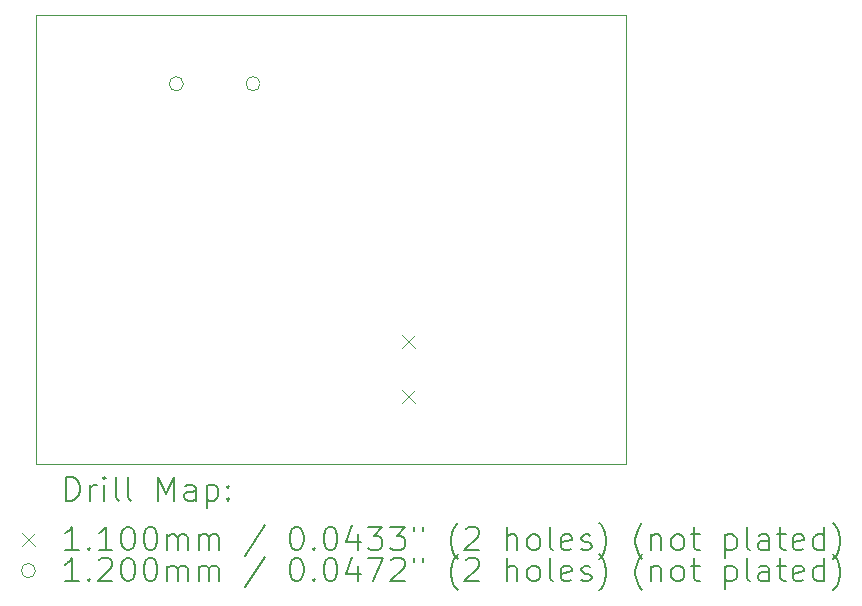
<source format=gbr>
%TF.GenerationSoftware,KiCad,Pcbnew,8.0.4*%
%TF.CreationDate,2024-08-12T23:01:41-04:00*%
%TF.ProjectId,SAMD21_MIDI_SPEAKER,53414d44-3231-45f4-9d49-44495f535045,rev?*%
%TF.SameCoordinates,Original*%
%TF.FileFunction,Drillmap*%
%TF.FilePolarity,Positive*%
%FSLAX45Y45*%
G04 Gerber Fmt 4.5, Leading zero omitted, Abs format (unit mm)*
G04 Created by KiCad (PCBNEW 8.0.4) date 2024-08-12 23:01:41*
%MOMM*%
%LPD*%
G01*
G04 APERTURE LIST*
%ADD10C,0.050000*%
%ADD11C,0.200000*%
%ADD12C,0.110000*%
%ADD13C,0.120000*%
G04 APERTURE END LIST*
D10*
X15000000Y-8600000D02*
X15100000Y-8600000D01*
X15000000Y-4800000D02*
X15000000Y-8600000D01*
X20000000Y-4800000D02*
X15000000Y-4800000D01*
X20000000Y-8600000D02*
X20000000Y-4800000D01*
X15100000Y-8600000D02*
X20000000Y-8600000D01*
D11*
D12*
X18105000Y-7515000D02*
X18215000Y-7625000D01*
X18215000Y-7515000D02*
X18105000Y-7625000D01*
X18105000Y-7975000D02*
X18215000Y-8085000D01*
X18215000Y-7975000D02*
X18105000Y-8085000D01*
D13*
X16250000Y-5385000D02*
G75*
G02*
X16130000Y-5385000I-60000J0D01*
G01*
X16130000Y-5385000D02*
G75*
G02*
X16250000Y-5385000I60000J0D01*
G01*
X16900000Y-5385000D02*
G75*
G02*
X16780000Y-5385000I-60000J0D01*
G01*
X16780000Y-5385000D02*
G75*
G02*
X16900000Y-5385000I60000J0D01*
G01*
D11*
X15258277Y-8913984D02*
X15258277Y-8713984D01*
X15258277Y-8713984D02*
X15305896Y-8713984D01*
X15305896Y-8713984D02*
X15334467Y-8723508D01*
X15334467Y-8723508D02*
X15353515Y-8742555D01*
X15353515Y-8742555D02*
X15363039Y-8761603D01*
X15363039Y-8761603D02*
X15372562Y-8799698D01*
X15372562Y-8799698D02*
X15372562Y-8828270D01*
X15372562Y-8828270D02*
X15363039Y-8866365D01*
X15363039Y-8866365D02*
X15353515Y-8885412D01*
X15353515Y-8885412D02*
X15334467Y-8904460D01*
X15334467Y-8904460D02*
X15305896Y-8913984D01*
X15305896Y-8913984D02*
X15258277Y-8913984D01*
X15458277Y-8913984D02*
X15458277Y-8780650D01*
X15458277Y-8818746D02*
X15467801Y-8799698D01*
X15467801Y-8799698D02*
X15477324Y-8790174D01*
X15477324Y-8790174D02*
X15496372Y-8780650D01*
X15496372Y-8780650D02*
X15515420Y-8780650D01*
X15582086Y-8913984D02*
X15582086Y-8780650D01*
X15582086Y-8713984D02*
X15572562Y-8723508D01*
X15572562Y-8723508D02*
X15582086Y-8733031D01*
X15582086Y-8733031D02*
X15591610Y-8723508D01*
X15591610Y-8723508D02*
X15582086Y-8713984D01*
X15582086Y-8713984D02*
X15582086Y-8733031D01*
X15705896Y-8913984D02*
X15686848Y-8904460D01*
X15686848Y-8904460D02*
X15677324Y-8885412D01*
X15677324Y-8885412D02*
X15677324Y-8713984D01*
X15810658Y-8913984D02*
X15791610Y-8904460D01*
X15791610Y-8904460D02*
X15782086Y-8885412D01*
X15782086Y-8885412D02*
X15782086Y-8713984D01*
X16039229Y-8913984D02*
X16039229Y-8713984D01*
X16039229Y-8713984D02*
X16105896Y-8856841D01*
X16105896Y-8856841D02*
X16172562Y-8713984D01*
X16172562Y-8713984D02*
X16172562Y-8913984D01*
X16353515Y-8913984D02*
X16353515Y-8809222D01*
X16353515Y-8809222D02*
X16343991Y-8790174D01*
X16343991Y-8790174D02*
X16324943Y-8780650D01*
X16324943Y-8780650D02*
X16286848Y-8780650D01*
X16286848Y-8780650D02*
X16267801Y-8790174D01*
X16353515Y-8904460D02*
X16334467Y-8913984D01*
X16334467Y-8913984D02*
X16286848Y-8913984D01*
X16286848Y-8913984D02*
X16267801Y-8904460D01*
X16267801Y-8904460D02*
X16258277Y-8885412D01*
X16258277Y-8885412D02*
X16258277Y-8866365D01*
X16258277Y-8866365D02*
X16267801Y-8847317D01*
X16267801Y-8847317D02*
X16286848Y-8837793D01*
X16286848Y-8837793D02*
X16334467Y-8837793D01*
X16334467Y-8837793D02*
X16353515Y-8828270D01*
X16448753Y-8780650D02*
X16448753Y-8980650D01*
X16448753Y-8790174D02*
X16467801Y-8780650D01*
X16467801Y-8780650D02*
X16505896Y-8780650D01*
X16505896Y-8780650D02*
X16524943Y-8790174D01*
X16524943Y-8790174D02*
X16534467Y-8799698D01*
X16534467Y-8799698D02*
X16543991Y-8818746D01*
X16543991Y-8818746D02*
X16543991Y-8875889D01*
X16543991Y-8875889D02*
X16534467Y-8894936D01*
X16534467Y-8894936D02*
X16524943Y-8904460D01*
X16524943Y-8904460D02*
X16505896Y-8913984D01*
X16505896Y-8913984D02*
X16467801Y-8913984D01*
X16467801Y-8913984D02*
X16448753Y-8904460D01*
X16629705Y-8894936D02*
X16639229Y-8904460D01*
X16639229Y-8904460D02*
X16629705Y-8913984D01*
X16629705Y-8913984D02*
X16620182Y-8904460D01*
X16620182Y-8904460D02*
X16629705Y-8894936D01*
X16629705Y-8894936D02*
X16629705Y-8913984D01*
X16629705Y-8790174D02*
X16639229Y-8799698D01*
X16639229Y-8799698D02*
X16629705Y-8809222D01*
X16629705Y-8809222D02*
X16620182Y-8799698D01*
X16620182Y-8799698D02*
X16629705Y-8790174D01*
X16629705Y-8790174D02*
X16629705Y-8809222D01*
D12*
X14887500Y-9187500D02*
X14997500Y-9297500D01*
X14997500Y-9187500D02*
X14887500Y-9297500D01*
D11*
X15363039Y-9333984D02*
X15248753Y-9333984D01*
X15305896Y-9333984D02*
X15305896Y-9133984D01*
X15305896Y-9133984D02*
X15286848Y-9162555D01*
X15286848Y-9162555D02*
X15267801Y-9181603D01*
X15267801Y-9181603D02*
X15248753Y-9191127D01*
X15448753Y-9314936D02*
X15458277Y-9324460D01*
X15458277Y-9324460D02*
X15448753Y-9333984D01*
X15448753Y-9333984D02*
X15439229Y-9324460D01*
X15439229Y-9324460D02*
X15448753Y-9314936D01*
X15448753Y-9314936D02*
X15448753Y-9333984D01*
X15648753Y-9333984D02*
X15534467Y-9333984D01*
X15591610Y-9333984D02*
X15591610Y-9133984D01*
X15591610Y-9133984D02*
X15572562Y-9162555D01*
X15572562Y-9162555D02*
X15553515Y-9181603D01*
X15553515Y-9181603D02*
X15534467Y-9191127D01*
X15772562Y-9133984D02*
X15791610Y-9133984D01*
X15791610Y-9133984D02*
X15810658Y-9143508D01*
X15810658Y-9143508D02*
X15820182Y-9153031D01*
X15820182Y-9153031D02*
X15829705Y-9172079D01*
X15829705Y-9172079D02*
X15839229Y-9210174D01*
X15839229Y-9210174D02*
X15839229Y-9257793D01*
X15839229Y-9257793D02*
X15829705Y-9295889D01*
X15829705Y-9295889D02*
X15820182Y-9314936D01*
X15820182Y-9314936D02*
X15810658Y-9324460D01*
X15810658Y-9324460D02*
X15791610Y-9333984D01*
X15791610Y-9333984D02*
X15772562Y-9333984D01*
X15772562Y-9333984D02*
X15753515Y-9324460D01*
X15753515Y-9324460D02*
X15743991Y-9314936D01*
X15743991Y-9314936D02*
X15734467Y-9295889D01*
X15734467Y-9295889D02*
X15724943Y-9257793D01*
X15724943Y-9257793D02*
X15724943Y-9210174D01*
X15724943Y-9210174D02*
X15734467Y-9172079D01*
X15734467Y-9172079D02*
X15743991Y-9153031D01*
X15743991Y-9153031D02*
X15753515Y-9143508D01*
X15753515Y-9143508D02*
X15772562Y-9133984D01*
X15963039Y-9133984D02*
X15982086Y-9133984D01*
X15982086Y-9133984D02*
X16001134Y-9143508D01*
X16001134Y-9143508D02*
X16010658Y-9153031D01*
X16010658Y-9153031D02*
X16020182Y-9172079D01*
X16020182Y-9172079D02*
X16029705Y-9210174D01*
X16029705Y-9210174D02*
X16029705Y-9257793D01*
X16029705Y-9257793D02*
X16020182Y-9295889D01*
X16020182Y-9295889D02*
X16010658Y-9314936D01*
X16010658Y-9314936D02*
X16001134Y-9324460D01*
X16001134Y-9324460D02*
X15982086Y-9333984D01*
X15982086Y-9333984D02*
X15963039Y-9333984D01*
X15963039Y-9333984D02*
X15943991Y-9324460D01*
X15943991Y-9324460D02*
X15934467Y-9314936D01*
X15934467Y-9314936D02*
X15924943Y-9295889D01*
X15924943Y-9295889D02*
X15915420Y-9257793D01*
X15915420Y-9257793D02*
X15915420Y-9210174D01*
X15915420Y-9210174D02*
X15924943Y-9172079D01*
X15924943Y-9172079D02*
X15934467Y-9153031D01*
X15934467Y-9153031D02*
X15943991Y-9143508D01*
X15943991Y-9143508D02*
X15963039Y-9133984D01*
X16115420Y-9333984D02*
X16115420Y-9200650D01*
X16115420Y-9219698D02*
X16124943Y-9210174D01*
X16124943Y-9210174D02*
X16143991Y-9200650D01*
X16143991Y-9200650D02*
X16172563Y-9200650D01*
X16172563Y-9200650D02*
X16191610Y-9210174D01*
X16191610Y-9210174D02*
X16201134Y-9229222D01*
X16201134Y-9229222D02*
X16201134Y-9333984D01*
X16201134Y-9229222D02*
X16210658Y-9210174D01*
X16210658Y-9210174D02*
X16229705Y-9200650D01*
X16229705Y-9200650D02*
X16258277Y-9200650D01*
X16258277Y-9200650D02*
X16277324Y-9210174D01*
X16277324Y-9210174D02*
X16286848Y-9229222D01*
X16286848Y-9229222D02*
X16286848Y-9333984D01*
X16382086Y-9333984D02*
X16382086Y-9200650D01*
X16382086Y-9219698D02*
X16391610Y-9210174D01*
X16391610Y-9210174D02*
X16410658Y-9200650D01*
X16410658Y-9200650D02*
X16439229Y-9200650D01*
X16439229Y-9200650D02*
X16458277Y-9210174D01*
X16458277Y-9210174D02*
X16467801Y-9229222D01*
X16467801Y-9229222D02*
X16467801Y-9333984D01*
X16467801Y-9229222D02*
X16477324Y-9210174D01*
X16477324Y-9210174D02*
X16496372Y-9200650D01*
X16496372Y-9200650D02*
X16524943Y-9200650D01*
X16524943Y-9200650D02*
X16543991Y-9210174D01*
X16543991Y-9210174D02*
X16553515Y-9229222D01*
X16553515Y-9229222D02*
X16553515Y-9333984D01*
X16943991Y-9124460D02*
X16772563Y-9381603D01*
X17201134Y-9133984D02*
X17220182Y-9133984D01*
X17220182Y-9133984D02*
X17239229Y-9143508D01*
X17239229Y-9143508D02*
X17248753Y-9153031D01*
X17248753Y-9153031D02*
X17258277Y-9172079D01*
X17258277Y-9172079D02*
X17267801Y-9210174D01*
X17267801Y-9210174D02*
X17267801Y-9257793D01*
X17267801Y-9257793D02*
X17258277Y-9295889D01*
X17258277Y-9295889D02*
X17248753Y-9314936D01*
X17248753Y-9314936D02*
X17239229Y-9324460D01*
X17239229Y-9324460D02*
X17220182Y-9333984D01*
X17220182Y-9333984D02*
X17201134Y-9333984D01*
X17201134Y-9333984D02*
X17182087Y-9324460D01*
X17182087Y-9324460D02*
X17172563Y-9314936D01*
X17172563Y-9314936D02*
X17163039Y-9295889D01*
X17163039Y-9295889D02*
X17153515Y-9257793D01*
X17153515Y-9257793D02*
X17153515Y-9210174D01*
X17153515Y-9210174D02*
X17163039Y-9172079D01*
X17163039Y-9172079D02*
X17172563Y-9153031D01*
X17172563Y-9153031D02*
X17182087Y-9143508D01*
X17182087Y-9143508D02*
X17201134Y-9133984D01*
X17353515Y-9314936D02*
X17363039Y-9324460D01*
X17363039Y-9324460D02*
X17353515Y-9333984D01*
X17353515Y-9333984D02*
X17343991Y-9324460D01*
X17343991Y-9324460D02*
X17353515Y-9314936D01*
X17353515Y-9314936D02*
X17353515Y-9333984D01*
X17486848Y-9133984D02*
X17505896Y-9133984D01*
X17505896Y-9133984D02*
X17524944Y-9143508D01*
X17524944Y-9143508D02*
X17534468Y-9153031D01*
X17534468Y-9153031D02*
X17543991Y-9172079D01*
X17543991Y-9172079D02*
X17553515Y-9210174D01*
X17553515Y-9210174D02*
X17553515Y-9257793D01*
X17553515Y-9257793D02*
X17543991Y-9295889D01*
X17543991Y-9295889D02*
X17534468Y-9314936D01*
X17534468Y-9314936D02*
X17524944Y-9324460D01*
X17524944Y-9324460D02*
X17505896Y-9333984D01*
X17505896Y-9333984D02*
X17486848Y-9333984D01*
X17486848Y-9333984D02*
X17467801Y-9324460D01*
X17467801Y-9324460D02*
X17458277Y-9314936D01*
X17458277Y-9314936D02*
X17448753Y-9295889D01*
X17448753Y-9295889D02*
X17439229Y-9257793D01*
X17439229Y-9257793D02*
X17439229Y-9210174D01*
X17439229Y-9210174D02*
X17448753Y-9172079D01*
X17448753Y-9172079D02*
X17458277Y-9153031D01*
X17458277Y-9153031D02*
X17467801Y-9143508D01*
X17467801Y-9143508D02*
X17486848Y-9133984D01*
X17724944Y-9200650D02*
X17724944Y-9333984D01*
X17677325Y-9124460D02*
X17629706Y-9267317D01*
X17629706Y-9267317D02*
X17753515Y-9267317D01*
X17810658Y-9133984D02*
X17934468Y-9133984D01*
X17934468Y-9133984D02*
X17867801Y-9210174D01*
X17867801Y-9210174D02*
X17896372Y-9210174D01*
X17896372Y-9210174D02*
X17915420Y-9219698D01*
X17915420Y-9219698D02*
X17924944Y-9229222D01*
X17924944Y-9229222D02*
X17934468Y-9248270D01*
X17934468Y-9248270D02*
X17934468Y-9295889D01*
X17934468Y-9295889D02*
X17924944Y-9314936D01*
X17924944Y-9314936D02*
X17915420Y-9324460D01*
X17915420Y-9324460D02*
X17896372Y-9333984D01*
X17896372Y-9333984D02*
X17839229Y-9333984D01*
X17839229Y-9333984D02*
X17820182Y-9324460D01*
X17820182Y-9324460D02*
X17810658Y-9314936D01*
X18001134Y-9133984D02*
X18124944Y-9133984D01*
X18124944Y-9133984D02*
X18058277Y-9210174D01*
X18058277Y-9210174D02*
X18086849Y-9210174D01*
X18086849Y-9210174D02*
X18105896Y-9219698D01*
X18105896Y-9219698D02*
X18115420Y-9229222D01*
X18115420Y-9229222D02*
X18124944Y-9248270D01*
X18124944Y-9248270D02*
X18124944Y-9295889D01*
X18124944Y-9295889D02*
X18115420Y-9314936D01*
X18115420Y-9314936D02*
X18105896Y-9324460D01*
X18105896Y-9324460D02*
X18086849Y-9333984D01*
X18086849Y-9333984D02*
X18029706Y-9333984D01*
X18029706Y-9333984D02*
X18010658Y-9324460D01*
X18010658Y-9324460D02*
X18001134Y-9314936D01*
X18201134Y-9133984D02*
X18201134Y-9172079D01*
X18277325Y-9133984D02*
X18277325Y-9172079D01*
X18572563Y-9410174D02*
X18563039Y-9400650D01*
X18563039Y-9400650D02*
X18543991Y-9372079D01*
X18543991Y-9372079D02*
X18534468Y-9353031D01*
X18534468Y-9353031D02*
X18524944Y-9324460D01*
X18524944Y-9324460D02*
X18515420Y-9276841D01*
X18515420Y-9276841D02*
X18515420Y-9238746D01*
X18515420Y-9238746D02*
X18524944Y-9191127D01*
X18524944Y-9191127D02*
X18534468Y-9162555D01*
X18534468Y-9162555D02*
X18543991Y-9143508D01*
X18543991Y-9143508D02*
X18563039Y-9114936D01*
X18563039Y-9114936D02*
X18572563Y-9105412D01*
X18639230Y-9153031D02*
X18648753Y-9143508D01*
X18648753Y-9143508D02*
X18667801Y-9133984D01*
X18667801Y-9133984D02*
X18715420Y-9133984D01*
X18715420Y-9133984D02*
X18734468Y-9143508D01*
X18734468Y-9143508D02*
X18743991Y-9153031D01*
X18743991Y-9153031D02*
X18753515Y-9172079D01*
X18753515Y-9172079D02*
X18753515Y-9191127D01*
X18753515Y-9191127D02*
X18743991Y-9219698D01*
X18743991Y-9219698D02*
X18629706Y-9333984D01*
X18629706Y-9333984D02*
X18753515Y-9333984D01*
X18991611Y-9333984D02*
X18991611Y-9133984D01*
X19077325Y-9333984D02*
X19077325Y-9229222D01*
X19077325Y-9229222D02*
X19067801Y-9210174D01*
X19067801Y-9210174D02*
X19048753Y-9200650D01*
X19048753Y-9200650D02*
X19020182Y-9200650D01*
X19020182Y-9200650D02*
X19001134Y-9210174D01*
X19001134Y-9210174D02*
X18991611Y-9219698D01*
X19201134Y-9333984D02*
X19182087Y-9324460D01*
X19182087Y-9324460D02*
X19172563Y-9314936D01*
X19172563Y-9314936D02*
X19163039Y-9295889D01*
X19163039Y-9295889D02*
X19163039Y-9238746D01*
X19163039Y-9238746D02*
X19172563Y-9219698D01*
X19172563Y-9219698D02*
X19182087Y-9210174D01*
X19182087Y-9210174D02*
X19201134Y-9200650D01*
X19201134Y-9200650D02*
X19229706Y-9200650D01*
X19229706Y-9200650D02*
X19248753Y-9210174D01*
X19248753Y-9210174D02*
X19258277Y-9219698D01*
X19258277Y-9219698D02*
X19267801Y-9238746D01*
X19267801Y-9238746D02*
X19267801Y-9295889D01*
X19267801Y-9295889D02*
X19258277Y-9314936D01*
X19258277Y-9314936D02*
X19248753Y-9324460D01*
X19248753Y-9324460D02*
X19229706Y-9333984D01*
X19229706Y-9333984D02*
X19201134Y-9333984D01*
X19382087Y-9333984D02*
X19363039Y-9324460D01*
X19363039Y-9324460D02*
X19353515Y-9305412D01*
X19353515Y-9305412D02*
X19353515Y-9133984D01*
X19534468Y-9324460D02*
X19515420Y-9333984D01*
X19515420Y-9333984D02*
X19477325Y-9333984D01*
X19477325Y-9333984D02*
X19458277Y-9324460D01*
X19458277Y-9324460D02*
X19448753Y-9305412D01*
X19448753Y-9305412D02*
X19448753Y-9229222D01*
X19448753Y-9229222D02*
X19458277Y-9210174D01*
X19458277Y-9210174D02*
X19477325Y-9200650D01*
X19477325Y-9200650D02*
X19515420Y-9200650D01*
X19515420Y-9200650D02*
X19534468Y-9210174D01*
X19534468Y-9210174D02*
X19543992Y-9229222D01*
X19543992Y-9229222D02*
X19543992Y-9248270D01*
X19543992Y-9248270D02*
X19448753Y-9267317D01*
X19620182Y-9324460D02*
X19639230Y-9333984D01*
X19639230Y-9333984D02*
X19677325Y-9333984D01*
X19677325Y-9333984D02*
X19696373Y-9324460D01*
X19696373Y-9324460D02*
X19705896Y-9305412D01*
X19705896Y-9305412D02*
X19705896Y-9295889D01*
X19705896Y-9295889D02*
X19696373Y-9276841D01*
X19696373Y-9276841D02*
X19677325Y-9267317D01*
X19677325Y-9267317D02*
X19648753Y-9267317D01*
X19648753Y-9267317D02*
X19629706Y-9257793D01*
X19629706Y-9257793D02*
X19620182Y-9238746D01*
X19620182Y-9238746D02*
X19620182Y-9229222D01*
X19620182Y-9229222D02*
X19629706Y-9210174D01*
X19629706Y-9210174D02*
X19648753Y-9200650D01*
X19648753Y-9200650D02*
X19677325Y-9200650D01*
X19677325Y-9200650D02*
X19696373Y-9210174D01*
X19772563Y-9410174D02*
X19782087Y-9400650D01*
X19782087Y-9400650D02*
X19801134Y-9372079D01*
X19801134Y-9372079D02*
X19810658Y-9353031D01*
X19810658Y-9353031D02*
X19820182Y-9324460D01*
X19820182Y-9324460D02*
X19829706Y-9276841D01*
X19829706Y-9276841D02*
X19829706Y-9238746D01*
X19829706Y-9238746D02*
X19820182Y-9191127D01*
X19820182Y-9191127D02*
X19810658Y-9162555D01*
X19810658Y-9162555D02*
X19801134Y-9143508D01*
X19801134Y-9143508D02*
X19782087Y-9114936D01*
X19782087Y-9114936D02*
X19772563Y-9105412D01*
X20134468Y-9410174D02*
X20124944Y-9400650D01*
X20124944Y-9400650D02*
X20105896Y-9372079D01*
X20105896Y-9372079D02*
X20096373Y-9353031D01*
X20096373Y-9353031D02*
X20086849Y-9324460D01*
X20086849Y-9324460D02*
X20077325Y-9276841D01*
X20077325Y-9276841D02*
X20077325Y-9238746D01*
X20077325Y-9238746D02*
X20086849Y-9191127D01*
X20086849Y-9191127D02*
X20096373Y-9162555D01*
X20096373Y-9162555D02*
X20105896Y-9143508D01*
X20105896Y-9143508D02*
X20124944Y-9114936D01*
X20124944Y-9114936D02*
X20134468Y-9105412D01*
X20210658Y-9200650D02*
X20210658Y-9333984D01*
X20210658Y-9219698D02*
X20220182Y-9210174D01*
X20220182Y-9210174D02*
X20239230Y-9200650D01*
X20239230Y-9200650D02*
X20267801Y-9200650D01*
X20267801Y-9200650D02*
X20286849Y-9210174D01*
X20286849Y-9210174D02*
X20296373Y-9229222D01*
X20296373Y-9229222D02*
X20296373Y-9333984D01*
X20420182Y-9333984D02*
X20401134Y-9324460D01*
X20401134Y-9324460D02*
X20391611Y-9314936D01*
X20391611Y-9314936D02*
X20382087Y-9295889D01*
X20382087Y-9295889D02*
X20382087Y-9238746D01*
X20382087Y-9238746D02*
X20391611Y-9219698D01*
X20391611Y-9219698D02*
X20401134Y-9210174D01*
X20401134Y-9210174D02*
X20420182Y-9200650D01*
X20420182Y-9200650D02*
X20448754Y-9200650D01*
X20448754Y-9200650D02*
X20467801Y-9210174D01*
X20467801Y-9210174D02*
X20477325Y-9219698D01*
X20477325Y-9219698D02*
X20486849Y-9238746D01*
X20486849Y-9238746D02*
X20486849Y-9295889D01*
X20486849Y-9295889D02*
X20477325Y-9314936D01*
X20477325Y-9314936D02*
X20467801Y-9324460D01*
X20467801Y-9324460D02*
X20448754Y-9333984D01*
X20448754Y-9333984D02*
X20420182Y-9333984D01*
X20543992Y-9200650D02*
X20620182Y-9200650D01*
X20572563Y-9133984D02*
X20572563Y-9305412D01*
X20572563Y-9305412D02*
X20582087Y-9324460D01*
X20582087Y-9324460D02*
X20601134Y-9333984D01*
X20601134Y-9333984D02*
X20620182Y-9333984D01*
X20839230Y-9200650D02*
X20839230Y-9400650D01*
X20839230Y-9210174D02*
X20858277Y-9200650D01*
X20858277Y-9200650D02*
X20896373Y-9200650D01*
X20896373Y-9200650D02*
X20915420Y-9210174D01*
X20915420Y-9210174D02*
X20924944Y-9219698D01*
X20924944Y-9219698D02*
X20934468Y-9238746D01*
X20934468Y-9238746D02*
X20934468Y-9295889D01*
X20934468Y-9295889D02*
X20924944Y-9314936D01*
X20924944Y-9314936D02*
X20915420Y-9324460D01*
X20915420Y-9324460D02*
X20896373Y-9333984D01*
X20896373Y-9333984D02*
X20858277Y-9333984D01*
X20858277Y-9333984D02*
X20839230Y-9324460D01*
X21048754Y-9333984D02*
X21029706Y-9324460D01*
X21029706Y-9324460D02*
X21020182Y-9305412D01*
X21020182Y-9305412D02*
X21020182Y-9133984D01*
X21210658Y-9333984D02*
X21210658Y-9229222D01*
X21210658Y-9229222D02*
X21201135Y-9210174D01*
X21201135Y-9210174D02*
X21182087Y-9200650D01*
X21182087Y-9200650D02*
X21143992Y-9200650D01*
X21143992Y-9200650D02*
X21124944Y-9210174D01*
X21210658Y-9324460D02*
X21191611Y-9333984D01*
X21191611Y-9333984D02*
X21143992Y-9333984D01*
X21143992Y-9333984D02*
X21124944Y-9324460D01*
X21124944Y-9324460D02*
X21115420Y-9305412D01*
X21115420Y-9305412D02*
X21115420Y-9286365D01*
X21115420Y-9286365D02*
X21124944Y-9267317D01*
X21124944Y-9267317D02*
X21143992Y-9257793D01*
X21143992Y-9257793D02*
X21191611Y-9257793D01*
X21191611Y-9257793D02*
X21210658Y-9248270D01*
X21277325Y-9200650D02*
X21353515Y-9200650D01*
X21305896Y-9133984D02*
X21305896Y-9305412D01*
X21305896Y-9305412D02*
X21315420Y-9324460D01*
X21315420Y-9324460D02*
X21334468Y-9333984D01*
X21334468Y-9333984D02*
X21353515Y-9333984D01*
X21496373Y-9324460D02*
X21477325Y-9333984D01*
X21477325Y-9333984D02*
X21439230Y-9333984D01*
X21439230Y-9333984D02*
X21420182Y-9324460D01*
X21420182Y-9324460D02*
X21410658Y-9305412D01*
X21410658Y-9305412D02*
X21410658Y-9229222D01*
X21410658Y-9229222D02*
X21420182Y-9210174D01*
X21420182Y-9210174D02*
X21439230Y-9200650D01*
X21439230Y-9200650D02*
X21477325Y-9200650D01*
X21477325Y-9200650D02*
X21496373Y-9210174D01*
X21496373Y-9210174D02*
X21505896Y-9229222D01*
X21505896Y-9229222D02*
X21505896Y-9248270D01*
X21505896Y-9248270D02*
X21410658Y-9267317D01*
X21677325Y-9333984D02*
X21677325Y-9133984D01*
X21677325Y-9324460D02*
X21658277Y-9333984D01*
X21658277Y-9333984D02*
X21620182Y-9333984D01*
X21620182Y-9333984D02*
X21601135Y-9324460D01*
X21601135Y-9324460D02*
X21591611Y-9314936D01*
X21591611Y-9314936D02*
X21582087Y-9295889D01*
X21582087Y-9295889D02*
X21582087Y-9238746D01*
X21582087Y-9238746D02*
X21591611Y-9219698D01*
X21591611Y-9219698D02*
X21601135Y-9210174D01*
X21601135Y-9210174D02*
X21620182Y-9200650D01*
X21620182Y-9200650D02*
X21658277Y-9200650D01*
X21658277Y-9200650D02*
X21677325Y-9210174D01*
X21753516Y-9410174D02*
X21763039Y-9400650D01*
X21763039Y-9400650D02*
X21782087Y-9372079D01*
X21782087Y-9372079D02*
X21791611Y-9353031D01*
X21791611Y-9353031D02*
X21801135Y-9324460D01*
X21801135Y-9324460D02*
X21810658Y-9276841D01*
X21810658Y-9276841D02*
X21810658Y-9238746D01*
X21810658Y-9238746D02*
X21801135Y-9191127D01*
X21801135Y-9191127D02*
X21791611Y-9162555D01*
X21791611Y-9162555D02*
X21782087Y-9143508D01*
X21782087Y-9143508D02*
X21763039Y-9114936D01*
X21763039Y-9114936D02*
X21753516Y-9105412D01*
D13*
X14997500Y-9506500D02*
G75*
G02*
X14877500Y-9506500I-60000J0D01*
G01*
X14877500Y-9506500D02*
G75*
G02*
X14997500Y-9506500I60000J0D01*
G01*
D11*
X15363039Y-9597984D02*
X15248753Y-9597984D01*
X15305896Y-9597984D02*
X15305896Y-9397984D01*
X15305896Y-9397984D02*
X15286848Y-9426555D01*
X15286848Y-9426555D02*
X15267801Y-9445603D01*
X15267801Y-9445603D02*
X15248753Y-9455127D01*
X15448753Y-9578936D02*
X15458277Y-9588460D01*
X15458277Y-9588460D02*
X15448753Y-9597984D01*
X15448753Y-9597984D02*
X15439229Y-9588460D01*
X15439229Y-9588460D02*
X15448753Y-9578936D01*
X15448753Y-9578936D02*
X15448753Y-9597984D01*
X15534467Y-9417031D02*
X15543991Y-9407508D01*
X15543991Y-9407508D02*
X15563039Y-9397984D01*
X15563039Y-9397984D02*
X15610658Y-9397984D01*
X15610658Y-9397984D02*
X15629705Y-9407508D01*
X15629705Y-9407508D02*
X15639229Y-9417031D01*
X15639229Y-9417031D02*
X15648753Y-9436079D01*
X15648753Y-9436079D02*
X15648753Y-9455127D01*
X15648753Y-9455127D02*
X15639229Y-9483698D01*
X15639229Y-9483698D02*
X15524943Y-9597984D01*
X15524943Y-9597984D02*
X15648753Y-9597984D01*
X15772562Y-9397984D02*
X15791610Y-9397984D01*
X15791610Y-9397984D02*
X15810658Y-9407508D01*
X15810658Y-9407508D02*
X15820182Y-9417031D01*
X15820182Y-9417031D02*
X15829705Y-9436079D01*
X15829705Y-9436079D02*
X15839229Y-9474174D01*
X15839229Y-9474174D02*
X15839229Y-9521793D01*
X15839229Y-9521793D02*
X15829705Y-9559889D01*
X15829705Y-9559889D02*
X15820182Y-9578936D01*
X15820182Y-9578936D02*
X15810658Y-9588460D01*
X15810658Y-9588460D02*
X15791610Y-9597984D01*
X15791610Y-9597984D02*
X15772562Y-9597984D01*
X15772562Y-9597984D02*
X15753515Y-9588460D01*
X15753515Y-9588460D02*
X15743991Y-9578936D01*
X15743991Y-9578936D02*
X15734467Y-9559889D01*
X15734467Y-9559889D02*
X15724943Y-9521793D01*
X15724943Y-9521793D02*
X15724943Y-9474174D01*
X15724943Y-9474174D02*
X15734467Y-9436079D01*
X15734467Y-9436079D02*
X15743991Y-9417031D01*
X15743991Y-9417031D02*
X15753515Y-9407508D01*
X15753515Y-9407508D02*
X15772562Y-9397984D01*
X15963039Y-9397984D02*
X15982086Y-9397984D01*
X15982086Y-9397984D02*
X16001134Y-9407508D01*
X16001134Y-9407508D02*
X16010658Y-9417031D01*
X16010658Y-9417031D02*
X16020182Y-9436079D01*
X16020182Y-9436079D02*
X16029705Y-9474174D01*
X16029705Y-9474174D02*
X16029705Y-9521793D01*
X16029705Y-9521793D02*
X16020182Y-9559889D01*
X16020182Y-9559889D02*
X16010658Y-9578936D01*
X16010658Y-9578936D02*
X16001134Y-9588460D01*
X16001134Y-9588460D02*
X15982086Y-9597984D01*
X15982086Y-9597984D02*
X15963039Y-9597984D01*
X15963039Y-9597984D02*
X15943991Y-9588460D01*
X15943991Y-9588460D02*
X15934467Y-9578936D01*
X15934467Y-9578936D02*
X15924943Y-9559889D01*
X15924943Y-9559889D02*
X15915420Y-9521793D01*
X15915420Y-9521793D02*
X15915420Y-9474174D01*
X15915420Y-9474174D02*
X15924943Y-9436079D01*
X15924943Y-9436079D02*
X15934467Y-9417031D01*
X15934467Y-9417031D02*
X15943991Y-9407508D01*
X15943991Y-9407508D02*
X15963039Y-9397984D01*
X16115420Y-9597984D02*
X16115420Y-9464650D01*
X16115420Y-9483698D02*
X16124943Y-9474174D01*
X16124943Y-9474174D02*
X16143991Y-9464650D01*
X16143991Y-9464650D02*
X16172563Y-9464650D01*
X16172563Y-9464650D02*
X16191610Y-9474174D01*
X16191610Y-9474174D02*
X16201134Y-9493222D01*
X16201134Y-9493222D02*
X16201134Y-9597984D01*
X16201134Y-9493222D02*
X16210658Y-9474174D01*
X16210658Y-9474174D02*
X16229705Y-9464650D01*
X16229705Y-9464650D02*
X16258277Y-9464650D01*
X16258277Y-9464650D02*
X16277324Y-9474174D01*
X16277324Y-9474174D02*
X16286848Y-9493222D01*
X16286848Y-9493222D02*
X16286848Y-9597984D01*
X16382086Y-9597984D02*
X16382086Y-9464650D01*
X16382086Y-9483698D02*
X16391610Y-9474174D01*
X16391610Y-9474174D02*
X16410658Y-9464650D01*
X16410658Y-9464650D02*
X16439229Y-9464650D01*
X16439229Y-9464650D02*
X16458277Y-9474174D01*
X16458277Y-9474174D02*
X16467801Y-9493222D01*
X16467801Y-9493222D02*
X16467801Y-9597984D01*
X16467801Y-9493222D02*
X16477324Y-9474174D01*
X16477324Y-9474174D02*
X16496372Y-9464650D01*
X16496372Y-9464650D02*
X16524943Y-9464650D01*
X16524943Y-9464650D02*
X16543991Y-9474174D01*
X16543991Y-9474174D02*
X16553515Y-9493222D01*
X16553515Y-9493222D02*
X16553515Y-9597984D01*
X16943991Y-9388460D02*
X16772563Y-9645603D01*
X17201134Y-9397984D02*
X17220182Y-9397984D01*
X17220182Y-9397984D02*
X17239229Y-9407508D01*
X17239229Y-9407508D02*
X17248753Y-9417031D01*
X17248753Y-9417031D02*
X17258277Y-9436079D01*
X17258277Y-9436079D02*
X17267801Y-9474174D01*
X17267801Y-9474174D02*
X17267801Y-9521793D01*
X17267801Y-9521793D02*
X17258277Y-9559889D01*
X17258277Y-9559889D02*
X17248753Y-9578936D01*
X17248753Y-9578936D02*
X17239229Y-9588460D01*
X17239229Y-9588460D02*
X17220182Y-9597984D01*
X17220182Y-9597984D02*
X17201134Y-9597984D01*
X17201134Y-9597984D02*
X17182087Y-9588460D01*
X17182087Y-9588460D02*
X17172563Y-9578936D01*
X17172563Y-9578936D02*
X17163039Y-9559889D01*
X17163039Y-9559889D02*
X17153515Y-9521793D01*
X17153515Y-9521793D02*
X17153515Y-9474174D01*
X17153515Y-9474174D02*
X17163039Y-9436079D01*
X17163039Y-9436079D02*
X17172563Y-9417031D01*
X17172563Y-9417031D02*
X17182087Y-9407508D01*
X17182087Y-9407508D02*
X17201134Y-9397984D01*
X17353515Y-9578936D02*
X17363039Y-9588460D01*
X17363039Y-9588460D02*
X17353515Y-9597984D01*
X17353515Y-9597984D02*
X17343991Y-9588460D01*
X17343991Y-9588460D02*
X17353515Y-9578936D01*
X17353515Y-9578936D02*
X17353515Y-9597984D01*
X17486848Y-9397984D02*
X17505896Y-9397984D01*
X17505896Y-9397984D02*
X17524944Y-9407508D01*
X17524944Y-9407508D02*
X17534468Y-9417031D01*
X17534468Y-9417031D02*
X17543991Y-9436079D01*
X17543991Y-9436079D02*
X17553515Y-9474174D01*
X17553515Y-9474174D02*
X17553515Y-9521793D01*
X17553515Y-9521793D02*
X17543991Y-9559889D01*
X17543991Y-9559889D02*
X17534468Y-9578936D01*
X17534468Y-9578936D02*
X17524944Y-9588460D01*
X17524944Y-9588460D02*
X17505896Y-9597984D01*
X17505896Y-9597984D02*
X17486848Y-9597984D01*
X17486848Y-9597984D02*
X17467801Y-9588460D01*
X17467801Y-9588460D02*
X17458277Y-9578936D01*
X17458277Y-9578936D02*
X17448753Y-9559889D01*
X17448753Y-9559889D02*
X17439229Y-9521793D01*
X17439229Y-9521793D02*
X17439229Y-9474174D01*
X17439229Y-9474174D02*
X17448753Y-9436079D01*
X17448753Y-9436079D02*
X17458277Y-9417031D01*
X17458277Y-9417031D02*
X17467801Y-9407508D01*
X17467801Y-9407508D02*
X17486848Y-9397984D01*
X17724944Y-9464650D02*
X17724944Y-9597984D01*
X17677325Y-9388460D02*
X17629706Y-9531317D01*
X17629706Y-9531317D02*
X17753515Y-9531317D01*
X17810658Y-9397984D02*
X17943991Y-9397984D01*
X17943991Y-9397984D02*
X17858277Y-9597984D01*
X18010658Y-9417031D02*
X18020182Y-9407508D01*
X18020182Y-9407508D02*
X18039229Y-9397984D01*
X18039229Y-9397984D02*
X18086849Y-9397984D01*
X18086849Y-9397984D02*
X18105896Y-9407508D01*
X18105896Y-9407508D02*
X18115420Y-9417031D01*
X18115420Y-9417031D02*
X18124944Y-9436079D01*
X18124944Y-9436079D02*
X18124944Y-9455127D01*
X18124944Y-9455127D02*
X18115420Y-9483698D01*
X18115420Y-9483698D02*
X18001134Y-9597984D01*
X18001134Y-9597984D02*
X18124944Y-9597984D01*
X18201134Y-9397984D02*
X18201134Y-9436079D01*
X18277325Y-9397984D02*
X18277325Y-9436079D01*
X18572563Y-9674174D02*
X18563039Y-9664650D01*
X18563039Y-9664650D02*
X18543991Y-9636079D01*
X18543991Y-9636079D02*
X18534468Y-9617031D01*
X18534468Y-9617031D02*
X18524944Y-9588460D01*
X18524944Y-9588460D02*
X18515420Y-9540841D01*
X18515420Y-9540841D02*
X18515420Y-9502746D01*
X18515420Y-9502746D02*
X18524944Y-9455127D01*
X18524944Y-9455127D02*
X18534468Y-9426555D01*
X18534468Y-9426555D02*
X18543991Y-9407508D01*
X18543991Y-9407508D02*
X18563039Y-9378936D01*
X18563039Y-9378936D02*
X18572563Y-9369412D01*
X18639230Y-9417031D02*
X18648753Y-9407508D01*
X18648753Y-9407508D02*
X18667801Y-9397984D01*
X18667801Y-9397984D02*
X18715420Y-9397984D01*
X18715420Y-9397984D02*
X18734468Y-9407508D01*
X18734468Y-9407508D02*
X18743991Y-9417031D01*
X18743991Y-9417031D02*
X18753515Y-9436079D01*
X18753515Y-9436079D02*
X18753515Y-9455127D01*
X18753515Y-9455127D02*
X18743991Y-9483698D01*
X18743991Y-9483698D02*
X18629706Y-9597984D01*
X18629706Y-9597984D02*
X18753515Y-9597984D01*
X18991611Y-9597984D02*
X18991611Y-9397984D01*
X19077325Y-9597984D02*
X19077325Y-9493222D01*
X19077325Y-9493222D02*
X19067801Y-9474174D01*
X19067801Y-9474174D02*
X19048753Y-9464650D01*
X19048753Y-9464650D02*
X19020182Y-9464650D01*
X19020182Y-9464650D02*
X19001134Y-9474174D01*
X19001134Y-9474174D02*
X18991611Y-9483698D01*
X19201134Y-9597984D02*
X19182087Y-9588460D01*
X19182087Y-9588460D02*
X19172563Y-9578936D01*
X19172563Y-9578936D02*
X19163039Y-9559889D01*
X19163039Y-9559889D02*
X19163039Y-9502746D01*
X19163039Y-9502746D02*
X19172563Y-9483698D01*
X19172563Y-9483698D02*
X19182087Y-9474174D01*
X19182087Y-9474174D02*
X19201134Y-9464650D01*
X19201134Y-9464650D02*
X19229706Y-9464650D01*
X19229706Y-9464650D02*
X19248753Y-9474174D01*
X19248753Y-9474174D02*
X19258277Y-9483698D01*
X19258277Y-9483698D02*
X19267801Y-9502746D01*
X19267801Y-9502746D02*
X19267801Y-9559889D01*
X19267801Y-9559889D02*
X19258277Y-9578936D01*
X19258277Y-9578936D02*
X19248753Y-9588460D01*
X19248753Y-9588460D02*
X19229706Y-9597984D01*
X19229706Y-9597984D02*
X19201134Y-9597984D01*
X19382087Y-9597984D02*
X19363039Y-9588460D01*
X19363039Y-9588460D02*
X19353515Y-9569412D01*
X19353515Y-9569412D02*
X19353515Y-9397984D01*
X19534468Y-9588460D02*
X19515420Y-9597984D01*
X19515420Y-9597984D02*
X19477325Y-9597984D01*
X19477325Y-9597984D02*
X19458277Y-9588460D01*
X19458277Y-9588460D02*
X19448753Y-9569412D01*
X19448753Y-9569412D02*
X19448753Y-9493222D01*
X19448753Y-9493222D02*
X19458277Y-9474174D01*
X19458277Y-9474174D02*
X19477325Y-9464650D01*
X19477325Y-9464650D02*
X19515420Y-9464650D01*
X19515420Y-9464650D02*
X19534468Y-9474174D01*
X19534468Y-9474174D02*
X19543992Y-9493222D01*
X19543992Y-9493222D02*
X19543992Y-9512270D01*
X19543992Y-9512270D02*
X19448753Y-9531317D01*
X19620182Y-9588460D02*
X19639230Y-9597984D01*
X19639230Y-9597984D02*
X19677325Y-9597984D01*
X19677325Y-9597984D02*
X19696373Y-9588460D01*
X19696373Y-9588460D02*
X19705896Y-9569412D01*
X19705896Y-9569412D02*
X19705896Y-9559889D01*
X19705896Y-9559889D02*
X19696373Y-9540841D01*
X19696373Y-9540841D02*
X19677325Y-9531317D01*
X19677325Y-9531317D02*
X19648753Y-9531317D01*
X19648753Y-9531317D02*
X19629706Y-9521793D01*
X19629706Y-9521793D02*
X19620182Y-9502746D01*
X19620182Y-9502746D02*
X19620182Y-9493222D01*
X19620182Y-9493222D02*
X19629706Y-9474174D01*
X19629706Y-9474174D02*
X19648753Y-9464650D01*
X19648753Y-9464650D02*
X19677325Y-9464650D01*
X19677325Y-9464650D02*
X19696373Y-9474174D01*
X19772563Y-9674174D02*
X19782087Y-9664650D01*
X19782087Y-9664650D02*
X19801134Y-9636079D01*
X19801134Y-9636079D02*
X19810658Y-9617031D01*
X19810658Y-9617031D02*
X19820182Y-9588460D01*
X19820182Y-9588460D02*
X19829706Y-9540841D01*
X19829706Y-9540841D02*
X19829706Y-9502746D01*
X19829706Y-9502746D02*
X19820182Y-9455127D01*
X19820182Y-9455127D02*
X19810658Y-9426555D01*
X19810658Y-9426555D02*
X19801134Y-9407508D01*
X19801134Y-9407508D02*
X19782087Y-9378936D01*
X19782087Y-9378936D02*
X19772563Y-9369412D01*
X20134468Y-9674174D02*
X20124944Y-9664650D01*
X20124944Y-9664650D02*
X20105896Y-9636079D01*
X20105896Y-9636079D02*
X20096373Y-9617031D01*
X20096373Y-9617031D02*
X20086849Y-9588460D01*
X20086849Y-9588460D02*
X20077325Y-9540841D01*
X20077325Y-9540841D02*
X20077325Y-9502746D01*
X20077325Y-9502746D02*
X20086849Y-9455127D01*
X20086849Y-9455127D02*
X20096373Y-9426555D01*
X20096373Y-9426555D02*
X20105896Y-9407508D01*
X20105896Y-9407508D02*
X20124944Y-9378936D01*
X20124944Y-9378936D02*
X20134468Y-9369412D01*
X20210658Y-9464650D02*
X20210658Y-9597984D01*
X20210658Y-9483698D02*
X20220182Y-9474174D01*
X20220182Y-9474174D02*
X20239230Y-9464650D01*
X20239230Y-9464650D02*
X20267801Y-9464650D01*
X20267801Y-9464650D02*
X20286849Y-9474174D01*
X20286849Y-9474174D02*
X20296373Y-9493222D01*
X20296373Y-9493222D02*
X20296373Y-9597984D01*
X20420182Y-9597984D02*
X20401134Y-9588460D01*
X20401134Y-9588460D02*
X20391611Y-9578936D01*
X20391611Y-9578936D02*
X20382087Y-9559889D01*
X20382087Y-9559889D02*
X20382087Y-9502746D01*
X20382087Y-9502746D02*
X20391611Y-9483698D01*
X20391611Y-9483698D02*
X20401134Y-9474174D01*
X20401134Y-9474174D02*
X20420182Y-9464650D01*
X20420182Y-9464650D02*
X20448754Y-9464650D01*
X20448754Y-9464650D02*
X20467801Y-9474174D01*
X20467801Y-9474174D02*
X20477325Y-9483698D01*
X20477325Y-9483698D02*
X20486849Y-9502746D01*
X20486849Y-9502746D02*
X20486849Y-9559889D01*
X20486849Y-9559889D02*
X20477325Y-9578936D01*
X20477325Y-9578936D02*
X20467801Y-9588460D01*
X20467801Y-9588460D02*
X20448754Y-9597984D01*
X20448754Y-9597984D02*
X20420182Y-9597984D01*
X20543992Y-9464650D02*
X20620182Y-9464650D01*
X20572563Y-9397984D02*
X20572563Y-9569412D01*
X20572563Y-9569412D02*
X20582087Y-9588460D01*
X20582087Y-9588460D02*
X20601134Y-9597984D01*
X20601134Y-9597984D02*
X20620182Y-9597984D01*
X20839230Y-9464650D02*
X20839230Y-9664650D01*
X20839230Y-9474174D02*
X20858277Y-9464650D01*
X20858277Y-9464650D02*
X20896373Y-9464650D01*
X20896373Y-9464650D02*
X20915420Y-9474174D01*
X20915420Y-9474174D02*
X20924944Y-9483698D01*
X20924944Y-9483698D02*
X20934468Y-9502746D01*
X20934468Y-9502746D02*
X20934468Y-9559889D01*
X20934468Y-9559889D02*
X20924944Y-9578936D01*
X20924944Y-9578936D02*
X20915420Y-9588460D01*
X20915420Y-9588460D02*
X20896373Y-9597984D01*
X20896373Y-9597984D02*
X20858277Y-9597984D01*
X20858277Y-9597984D02*
X20839230Y-9588460D01*
X21048754Y-9597984D02*
X21029706Y-9588460D01*
X21029706Y-9588460D02*
X21020182Y-9569412D01*
X21020182Y-9569412D02*
X21020182Y-9397984D01*
X21210658Y-9597984D02*
X21210658Y-9493222D01*
X21210658Y-9493222D02*
X21201135Y-9474174D01*
X21201135Y-9474174D02*
X21182087Y-9464650D01*
X21182087Y-9464650D02*
X21143992Y-9464650D01*
X21143992Y-9464650D02*
X21124944Y-9474174D01*
X21210658Y-9588460D02*
X21191611Y-9597984D01*
X21191611Y-9597984D02*
X21143992Y-9597984D01*
X21143992Y-9597984D02*
X21124944Y-9588460D01*
X21124944Y-9588460D02*
X21115420Y-9569412D01*
X21115420Y-9569412D02*
X21115420Y-9550365D01*
X21115420Y-9550365D02*
X21124944Y-9531317D01*
X21124944Y-9531317D02*
X21143992Y-9521793D01*
X21143992Y-9521793D02*
X21191611Y-9521793D01*
X21191611Y-9521793D02*
X21210658Y-9512270D01*
X21277325Y-9464650D02*
X21353515Y-9464650D01*
X21305896Y-9397984D02*
X21305896Y-9569412D01*
X21305896Y-9569412D02*
X21315420Y-9588460D01*
X21315420Y-9588460D02*
X21334468Y-9597984D01*
X21334468Y-9597984D02*
X21353515Y-9597984D01*
X21496373Y-9588460D02*
X21477325Y-9597984D01*
X21477325Y-9597984D02*
X21439230Y-9597984D01*
X21439230Y-9597984D02*
X21420182Y-9588460D01*
X21420182Y-9588460D02*
X21410658Y-9569412D01*
X21410658Y-9569412D02*
X21410658Y-9493222D01*
X21410658Y-9493222D02*
X21420182Y-9474174D01*
X21420182Y-9474174D02*
X21439230Y-9464650D01*
X21439230Y-9464650D02*
X21477325Y-9464650D01*
X21477325Y-9464650D02*
X21496373Y-9474174D01*
X21496373Y-9474174D02*
X21505896Y-9493222D01*
X21505896Y-9493222D02*
X21505896Y-9512270D01*
X21505896Y-9512270D02*
X21410658Y-9531317D01*
X21677325Y-9597984D02*
X21677325Y-9397984D01*
X21677325Y-9588460D02*
X21658277Y-9597984D01*
X21658277Y-9597984D02*
X21620182Y-9597984D01*
X21620182Y-9597984D02*
X21601135Y-9588460D01*
X21601135Y-9588460D02*
X21591611Y-9578936D01*
X21591611Y-9578936D02*
X21582087Y-9559889D01*
X21582087Y-9559889D02*
X21582087Y-9502746D01*
X21582087Y-9502746D02*
X21591611Y-9483698D01*
X21591611Y-9483698D02*
X21601135Y-9474174D01*
X21601135Y-9474174D02*
X21620182Y-9464650D01*
X21620182Y-9464650D02*
X21658277Y-9464650D01*
X21658277Y-9464650D02*
X21677325Y-9474174D01*
X21753516Y-9674174D02*
X21763039Y-9664650D01*
X21763039Y-9664650D02*
X21782087Y-9636079D01*
X21782087Y-9636079D02*
X21791611Y-9617031D01*
X21791611Y-9617031D02*
X21801135Y-9588460D01*
X21801135Y-9588460D02*
X21810658Y-9540841D01*
X21810658Y-9540841D02*
X21810658Y-9502746D01*
X21810658Y-9502746D02*
X21801135Y-9455127D01*
X21801135Y-9455127D02*
X21791611Y-9426555D01*
X21791611Y-9426555D02*
X21782087Y-9407508D01*
X21782087Y-9407508D02*
X21763039Y-9378936D01*
X21763039Y-9378936D02*
X21753516Y-9369412D01*
M02*

</source>
